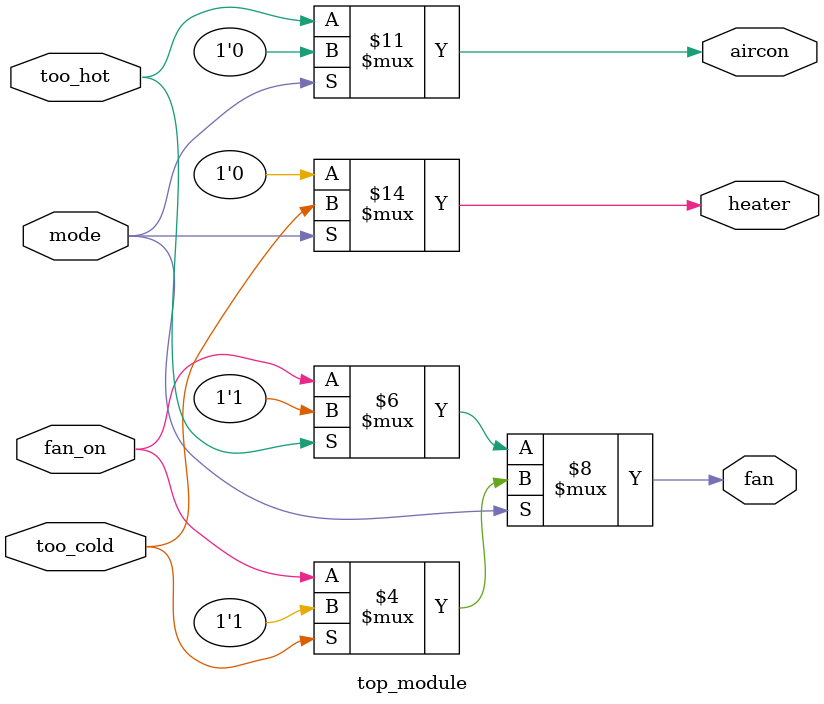
<source format=sv>
module top_module(
    input mode,
    input too_cold, 
    input too_hot,
    input fan_on,
    output reg heater,
    output reg aircon,
    output reg fan
);

always @(*) begin
    // Heating mode
    if (mode == 1'b1) begin
        heater = too_cold;
        aircon = 1'b0;
        fan = (too_cold | heater) ? 1'b1 : fan_on;
    end
    // Cooling mode
    else begin
        heater = 1'b0;
        aircon = too_hot;
        fan = (too_hot | aircon) ? 1'b1 : fan_on;
    end
end

endmodule

</source>
